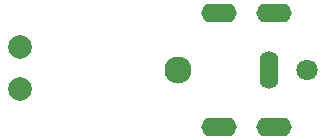
<source format=gbr>
%TF.GenerationSoftware,KiCad,Pcbnew,(6.0.4-0)*%
%TF.CreationDate,2022-07-05T17:42:10+02:00*%
%TF.ProjectId,DC power,44432070-6f77-4657-922e-6b696361645f,rev?*%
%TF.SameCoordinates,Original*%
%TF.FileFunction,Soldermask,Top*%
%TF.FilePolarity,Negative*%
%FSLAX46Y46*%
G04 Gerber Fmt 4.6, Leading zero omitted, Abs format (unit mm)*
G04 Created by KiCad (PCBNEW (6.0.4-0)) date 2022-07-05 17:42:10*
%MOMM*%
%LPD*%
G01*
G04 APERTURE LIST*
%ADD10C,2.000000*%
%ADD11C,1.800000*%
%ADD12O,3.000000X1.600000*%
%ADD13O,1.600000X3.200000*%
%ADD14C,2.300000*%
G04 APERTURE END LIST*
D10*
%TO.C,U1*%
X129680013Y-99830102D03*
X129680013Y-103329975D03*
%TD*%
D11*
%TO.C,PWR1*%
X154010108Y-101740127D03*
D12*
X151260044Y-96889987D03*
X146560019Y-96889987D03*
X146560019Y-106590013D03*
X151260044Y-106590013D03*
D13*
X150759917Y-101740127D03*
D14*
X143059892Y-101740127D03*
%TD*%
M02*

</source>
